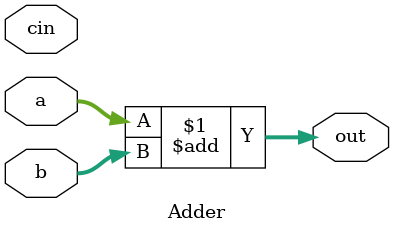
<source format=sv>
module Adder (a,
              b,
              cin,
	      out);
    input [31:0] a, b;
    input cin;
    //output co;
    output [31:0] out;
    
    assign out = a+b; //neew a 2's complement adder
    
endmodule

</source>
